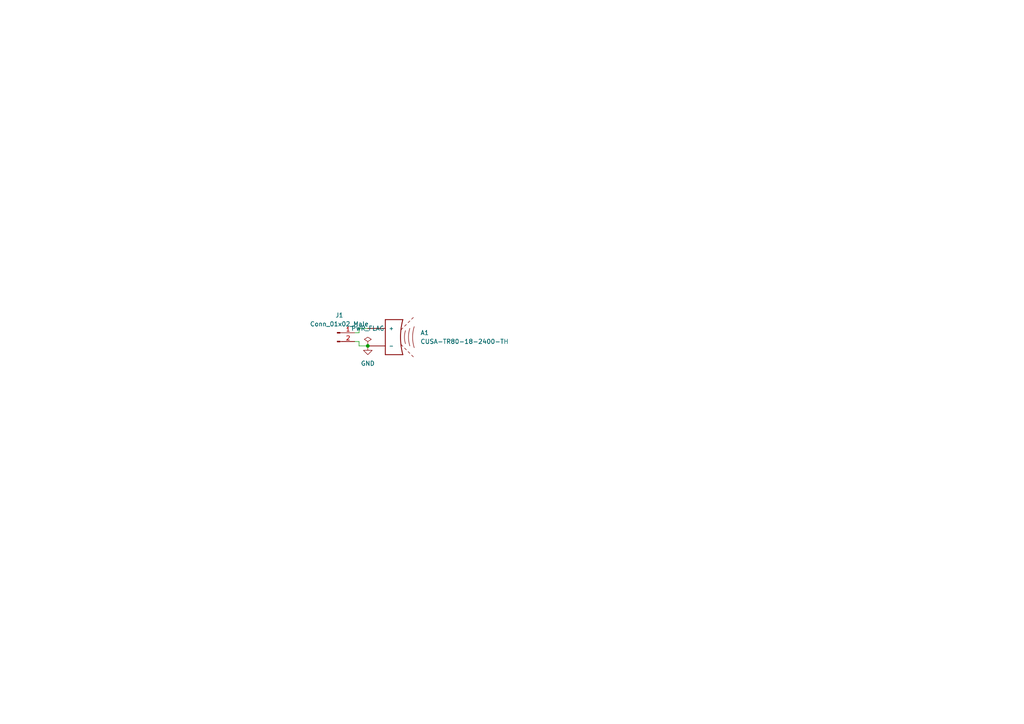
<source format=kicad_sch>
(kicad_sch (version 20211123) (generator eeschema)

  (uuid 29ad4628-0afb-4ee5-ae8b-cfc72885065a)

  (paper "A4")

  (lib_symbols
    (symbol "CUSA-TR80-18-2400-TH:CUSA-TR80-18-2400-TH" (pin_numbers hide) (pin_names (offset 1.016)) (in_bom yes) (on_board yes)
      (property "Reference" "A" (id 0) (at -3.0988 6.604 0)
        (effects (font (size 1.27 1.27)) (justify left bottom))
      )
      (property "Value" "CUSA-TR80-18-2400-TH" (id 1) (at -3.556 -5.842 0)
        (effects (font (size 1.27 1.27)) (justify left bottom))
      )
      (property "Footprint" "XDCR_CUSA-TR80-18-2400-TH" (id 2) (at 0 0 0)
        (effects (font (size 1.27 1.27)) (justify left bottom) hide)
      )
      (property "Datasheet" "" (id 3) (at 0 0 0)
        (effects (font (size 1.27 1.27)) (justify left bottom) hide)
      )
      (property "PARTREV" "1.0" (id 4) (at 0 0 0)
        (effects (font (size 1.27 1.27)) (justify left bottom) hide)
      )
      (property "MANUFACTURER" "CUI" (id 5) (at 0 0 0)
        (effects (font (size 1.27 1.27)) (justify left bottom) hide)
      )
      (property "STANDARD" "Manufacturer Recommendations" (id 6) (at 0 0 0)
        (effects (font (size 1.27 1.27)) (justify left bottom) hide)
      )
      (property "MAXIMUM_PACKAGE_HEIGHT" "12.3 mm" (id 7) (at 0 0 0)
        (effects (font (size 1.27 1.27)) (justify left bottom) hide)
      )
      (property "ki_locked" "" (id 8) (at 0 0 0)
        (effects (font (size 1.27 1.27)))
      )
      (symbol "CUSA-TR80-18-2400-TH_0_0"
        (polyline
          (pts
            (xy -2.54 -5.08)
            (xy -2.54 5.08)
          )
          (stroke (width 0.254) (type default) (color 0 0 0 0))
          (fill (type none))
        )
        (polyline
          (pts
            (xy -2.54 5.08)
            (xy 2.54 5.08)
          )
          (stroke (width 0.254) (type default) (color 0 0 0 0))
          (fill (type none))
        )
        (polyline
          (pts
            (xy 2.032 -2.159)
            (xy 2.54 -2.667)
          )
          (stroke (width 0.1524) (type default) (color 0 0 0 0))
          (fill (type none))
        )
        (polyline
          (pts
            (xy 2.032 2.159)
            (xy 2.54 2.667)
          )
          (stroke (width 0.1524) (type default) (color 0 0 0 0))
          (fill (type none))
        )
        (polyline
          (pts
            (xy 2.54 -5.08)
            (xy -2.54 -5.08)
          )
          (stroke (width 0.254) (type default) (color 0 0 0 0))
          (fill (type none))
        )
        (polyline
          (pts
            (xy 3.048 3.175)
            (xy 3.556 3.683)
          )
          (stroke (width 0.1524) (type default) (color 0 0 0 0))
          (fill (type none))
        )
        (polyline
          (pts
            (xy 3.556 -3.683)
            (xy 3.048 -3.175)
          )
          (stroke (width 0.1524) (type default) (color 0 0 0 0))
          (fill (type none))
        )
        (polyline
          (pts
            (xy 4.064 4.191)
            (xy 4.572 4.699)
          )
          (stroke (width 0.1524) (type default) (color 0 0 0 0))
          (fill (type none))
        )
        (polyline
          (pts
            (xy 4.572 -4.699)
            (xy 4.064 -4.191)
          )
          (stroke (width 0.1524) (type default) (color 0 0 0 0))
          (fill (type none))
        )
        (polyline
          (pts
            (xy 5.08 5.207)
            (xy 5.588 5.715)
          )
          (stroke (width 0.1524) (type default) (color 0 0 0 0))
          (fill (type none))
        )
        (polyline
          (pts
            (xy 5.588 -5.715)
            (xy 5.08 -5.207)
          )
          (stroke (width 0.1524) (type default) (color 0 0 0 0))
          (fill (type none))
        )
        (arc (start 2.54 5.08) (mid 1.8709 0) (end 2.54 -5.08)
          (stroke (width 0.254) (type default) (color 0 0 0 0))
          (fill (type none))
        )
        (arc (start 3.302 1.905) (mid 3.0089 0) (end 3.302 -1.905)
          (stroke (width 0.1524) (type default) (color 0 0 0 0))
          (fill (type none))
        )
        (arc (start 4.572 2.54) (mid 4.1809 0) (end 4.572 -2.54)
          (stroke (width 0.1524) (type default) (color 0 0 0 0))
          (fill (type none))
        )
        (arc (start 5.842 3.048) (mid 5.3733 0) (end 5.842 -3.048)
          (stroke (width 0.1524) (type default) (color 0 0 0 0))
          (fill (type none))
        )
        (pin passive line (at -7.62 -2.54 0) (length 5.08)
          (name "-" (effects (font (size 1.016 1.016))))
          (number "N" (effects (font (size 1.016 1.016))))
        )
        (pin passive line (at -7.62 2.54 0) (length 5.08)
          (name "+" (effects (font (size 1.016 1.016))))
          (number "P" (effects (font (size 1.016 1.016))))
        )
      )
    )
    (symbol "Connector:Conn_01x02_Male" (pin_names (offset 1.016) hide) (in_bom yes) (on_board yes)
      (property "Reference" "J" (id 0) (at 0 2.54 0)
        (effects (font (size 1.27 1.27)))
      )
      (property "Value" "Conn_01x02_Male" (id 1) (at 0 -5.08 0)
        (effects (font (size 1.27 1.27)))
      )
      (property "Footprint" "" (id 2) (at 0 0 0)
        (effects (font (size 1.27 1.27)) hide)
      )
      (property "Datasheet" "~" (id 3) (at 0 0 0)
        (effects (font (size 1.27 1.27)) hide)
      )
      (property "ki_keywords" "connector" (id 4) (at 0 0 0)
        (effects (font (size 1.27 1.27)) hide)
      )
      (property "ki_description" "Generic connector, single row, 01x02, script generated (kicad-library-utils/schlib/autogen/connector/)" (id 5) (at 0 0 0)
        (effects (font (size 1.27 1.27)) hide)
      )
      (property "ki_fp_filters" "Connector*:*_1x??_*" (id 6) (at 0 0 0)
        (effects (font (size 1.27 1.27)) hide)
      )
      (symbol "Conn_01x02_Male_1_1"
        (polyline
          (pts
            (xy 1.27 -2.54)
            (xy 0.8636 -2.54)
          )
          (stroke (width 0.1524) (type default) (color 0 0 0 0))
          (fill (type none))
        )
        (polyline
          (pts
            (xy 1.27 0)
            (xy 0.8636 0)
          )
          (stroke (width 0.1524) (type default) (color 0 0 0 0))
          (fill (type none))
        )
        (rectangle (start 0.8636 -2.413) (end 0 -2.667)
          (stroke (width 0.1524) (type default) (color 0 0 0 0))
          (fill (type outline))
        )
        (rectangle (start 0.8636 0.127) (end 0 -0.127)
          (stroke (width 0.1524) (type default) (color 0 0 0 0))
          (fill (type outline))
        )
        (pin passive line (at 5.08 0 180) (length 3.81)
          (name "Pin_1" (effects (font (size 1.27 1.27))))
          (number "1" (effects (font (size 1.27 1.27))))
        )
        (pin passive line (at 5.08 -2.54 180) (length 3.81)
          (name "Pin_2" (effects (font (size 1.27 1.27))))
          (number "2" (effects (font (size 1.27 1.27))))
        )
      )
    )
    (symbol "power:GND" (power) (pin_names (offset 0)) (in_bom yes) (on_board yes)
      (property "Reference" "#PWR" (id 0) (at 0 -6.35 0)
        (effects (font (size 1.27 1.27)) hide)
      )
      (property "Value" "GND" (id 1) (at 0 -3.81 0)
        (effects (font (size 1.27 1.27)))
      )
      (property "Footprint" "" (id 2) (at 0 0 0)
        (effects (font (size 1.27 1.27)) hide)
      )
      (property "Datasheet" "" (id 3) (at 0 0 0)
        (effects (font (size 1.27 1.27)) hide)
      )
      (property "ki_keywords" "power-flag" (id 4) (at 0 0 0)
        (effects (font (size 1.27 1.27)) hide)
      )
      (property "ki_description" "Power symbol creates a global label with name \"GND\" , ground" (id 5) (at 0 0 0)
        (effects (font (size 1.27 1.27)) hide)
      )
      (symbol "GND_0_1"
        (polyline
          (pts
            (xy 0 0)
            (xy 0 -1.27)
            (xy 1.27 -1.27)
            (xy 0 -2.54)
            (xy -1.27 -1.27)
            (xy 0 -1.27)
          )
          (stroke (width 0) (type default) (color 0 0 0 0))
          (fill (type none))
        )
      )
      (symbol "GND_1_1"
        (pin power_in line (at 0 0 270) (length 0) hide
          (name "GND" (effects (font (size 1.27 1.27))))
          (number "1" (effects (font (size 1.27 1.27))))
        )
      )
    )
    (symbol "power:PWR_FLAG" (power) (pin_numbers hide) (pin_names (offset 0) hide) (in_bom yes) (on_board yes)
      (property "Reference" "#FLG" (id 0) (at 0 1.905 0)
        (effects (font (size 1.27 1.27)) hide)
      )
      (property "Value" "PWR_FLAG" (id 1) (at 0 3.81 0)
        (effects (font (size 1.27 1.27)))
      )
      (property "Footprint" "" (id 2) (at 0 0 0)
        (effects (font (size 1.27 1.27)) hide)
      )
      (property "Datasheet" "~" (id 3) (at 0 0 0)
        (effects (font (size 1.27 1.27)) hide)
      )
      (property "ki_keywords" "power-flag" (id 4) (at 0 0 0)
        (effects (font (size 1.27 1.27)) hide)
      )
      (property "ki_description" "Special symbol for telling ERC where power comes from" (id 5) (at 0 0 0)
        (effects (font (size 1.27 1.27)) hide)
      )
      (symbol "PWR_FLAG_0_0"
        (pin power_out line (at 0 0 90) (length 0)
          (name "pwr" (effects (font (size 1.27 1.27))))
          (number "1" (effects (font (size 1.27 1.27))))
        )
      )
      (symbol "PWR_FLAG_0_1"
        (polyline
          (pts
            (xy 0 0)
            (xy 0 1.27)
            (xy -1.016 1.905)
            (xy 0 2.54)
            (xy 1.016 1.905)
            (xy 0 1.27)
          )
          (stroke (width 0) (type default) (color 0 0 0 0))
          (fill (type none))
        )
      )
    )
  )

  (junction (at 106.68 100.33) (diameter 0) (color 0 0 0 0)
    (uuid bbbedca6-bff4-4342-abb0-f377fa7dbd15)
  )

  (wire (pts (xy 104.14 96.52) (xy 104.14 95.25))
    (stroke (width 0) (type default) (color 0 0 0 0))
    (uuid 09fc82dc-0ffe-4aef-9fc7-114075da6b4a)
  )
  (wire (pts (xy 102.87 99.06) (xy 104.14 99.06))
    (stroke (width 0) (type default) (color 0 0 0 0))
    (uuid 78bececf-418a-47e1-8a58-e7b23cbd8bd2)
  )
  (wire (pts (xy 102.87 96.52) (xy 104.14 96.52))
    (stroke (width 0) (type default) (color 0 0 0 0))
    (uuid 81c1455d-3d77-478a-b55d-4fa9baa4fe1b)
  )
  (wire (pts (xy 104.14 95.25) (xy 106.68 95.25))
    (stroke (width 0) (type default) (color 0 0 0 0))
    (uuid a8cde023-cc13-43bd-9790-d01506765dac)
  )
  (wire (pts (xy 104.14 99.06) (xy 104.14 100.33))
    (stroke (width 0) (type default) (color 0 0 0 0))
    (uuid bba79d74-b499-4c45-9f53-0d51231ddb9f)
  )
  (wire (pts (xy 104.14 100.33) (xy 106.68 100.33))
    (stroke (width 0) (type default) (color 0 0 0 0))
    (uuid f5ed5f88-6a5e-45da-8f48-15cced2a243f)
  )

  (symbol (lib_id "Connector:Conn_01x02_Male") (at 97.79 96.52 0) (unit 1)
    (in_bom yes) (on_board yes) (fields_autoplaced)
    (uuid 3aac7256-a9d5-4bcb-952c-c185da0e4bb3)
    (property "Reference" "J1" (id 0) (at 98.425 91.44 0))
    (property "Value" "Conn_01x02_Male" (id 1) (at 98.425 93.98 0))
    (property "Footprint" "Connector_PinHeader_2.54mm:PinHeader_1x02_P2.54mm_Horizontal" (id 2) (at 97.79 96.52 0)
      (effects (font (size 1.27 1.27)) hide)
    )
    (property "Datasheet" "~" (id 3) (at 97.79 96.52 0)
      (effects (font (size 1.27 1.27)) hide)
    )
    (pin "1" (uuid d6b86366-28f6-441a-9135-b63e2b176b9d))
    (pin "2" (uuid 22234cc9-37cc-4ad6-9c0a-8905c42a5ef5))
  )

  (symbol (lib_id "CUSA-TR80-18-2400-TH:CUSA-TR80-18-2400-TH") (at 114.3 97.79 0) (unit 1)
    (in_bom yes) (on_board yes) (fields_autoplaced)
    (uuid 8ed2a5ab-dc85-42d8-bed5-462d337b9b8d)
    (property "Reference" "A1" (id 0) (at 121.92 96.5199 0)
      (effects (font (size 1.27 1.27)) (justify left))
    )
    (property "Value" "CUSA-TR80-18-2400-TH" (id 1) (at 121.92 99.0599 0)
      (effects (font (size 1.27 1.27)) (justify left))
    )
    (property "Footprint" "Library:CUSA-TR80-18-2400-TH" (id 2) (at 114.3 97.79 0)
      (effects (font (size 1.27 1.27)) (justify left bottom) hide)
    )
    (property "Datasheet" "" (id 3) (at 114.3 97.79 0)
      (effects (font (size 1.27 1.27)) (justify left bottom) hide)
    )
    (property "PARTREV" "1.0" (id 4) (at 114.3 97.79 0)
      (effects (font (size 1.27 1.27)) (justify left bottom) hide)
    )
    (property "MANUFACTURER" "CUI" (id 5) (at 114.3 97.79 0)
      (effects (font (size 1.27 1.27)) (justify left bottom) hide)
    )
    (property "STANDARD" "Manufacturer Recommendations" (id 6) (at 114.3 97.79 0)
      (effects (font (size 1.27 1.27)) (justify left bottom) hide)
    )
    (property "MAXIMUM_PACKAGE_HEIGHT" "12.3 mm" (id 7) (at 114.3 97.79 0)
      (effects (font (size 1.27 1.27)) (justify left bottom) hide)
    )
    (pin "N" (uuid c7d1b4f5-88c7-4baf-9a46-164767fad075))
    (pin "P" (uuid ee5841a4-9232-48b8-aae1-37547d75deb3))
  )

  (symbol (lib_id "power:GND") (at 106.68 100.33 0) (unit 1)
    (in_bom yes) (on_board yes) (fields_autoplaced)
    (uuid a5776c0f-b4c1-44d8-89fd-e5729744c080)
    (property "Reference" "#PWR01" (id 0) (at 106.68 106.68 0)
      (effects (font (size 1.27 1.27)) hide)
    )
    (property "Value" "GND" (id 1) (at 106.68 105.41 0))
    (property "Footprint" "" (id 2) (at 106.68 100.33 0)
      (effects (font (size 1.27 1.27)) hide)
    )
    (property "Datasheet" "" (id 3) (at 106.68 100.33 0)
      (effects (font (size 1.27 1.27)) hide)
    )
    (pin "1" (uuid 58876844-c2bf-4cc4-8e77-a602cd95ff61))
  )

  (symbol (lib_id "power:PWR_FLAG") (at 106.68 100.33 0) (unit 1)
    (in_bom yes) (on_board yes) (fields_autoplaced)
    (uuid ee9f642e-6b2c-427a-a59b-c7261685a811)
    (property "Reference" "#FLG01" (id 0) (at 106.68 98.425 0)
      (effects (font (size 1.27 1.27)) hide)
    )
    (property "Value" "PWR_FLAG" (id 1) (at 106.68 95.25 0))
    (property "Footprint" "" (id 2) (at 106.68 100.33 0)
      (effects (font (size 1.27 1.27)) hide)
    )
    (property "Datasheet" "~" (id 3) (at 106.68 100.33 0)
      (effects (font (size 1.27 1.27)) hide)
    )
    (pin "1" (uuid 84e324f7-b535-4596-a200-54dafa625eee))
  )

  (sheet_instances
    (path "/" (page "1"))
  )

  (symbol_instances
    (path "/ee9f642e-6b2c-427a-a59b-c7261685a811"
      (reference "#FLG01") (unit 1) (value "PWR_FLAG") (footprint "")
    )
    (path "/a5776c0f-b4c1-44d8-89fd-e5729744c080"
      (reference "#PWR01") (unit 1) (value "GND") (footprint "")
    )
    (path "/8ed2a5ab-dc85-42d8-bed5-462d337b9b8d"
      (reference "A1") (unit 1) (value "CUSA-TR80-18-2400-TH") (footprint "Library:CUSA-TR80-18-2400-TH")
    )
    (path "/3aac7256-a9d5-4bcb-952c-c185da0e4bb3"
      (reference "J1") (unit 1) (value "Conn_01x02_Male") (footprint "Connector_PinHeader_2.54mm:PinHeader_1x02_P2.54mm_Horizontal")
    )
  )
)

</source>
